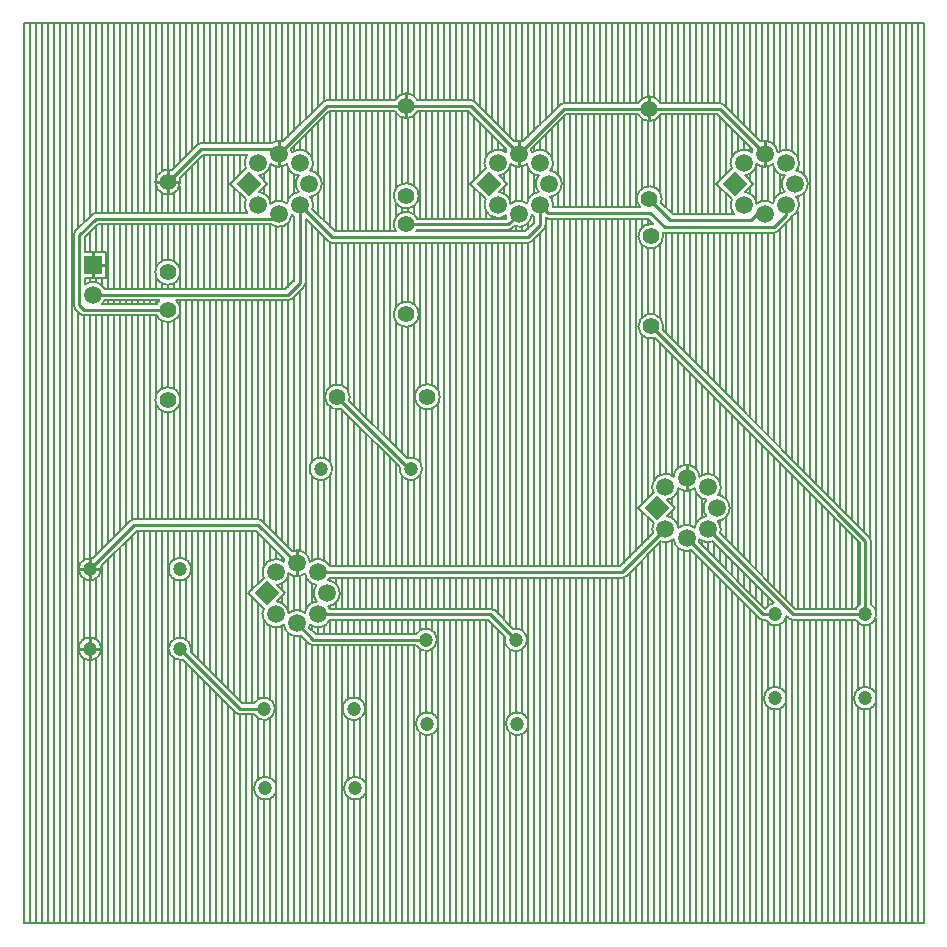
<source format=gbl>
G04*
G04 #@! TF.GenerationSoftware,Altium Limited,Altium Designer,22.1.2 (22)*
G04*
G04 Layer_Physical_Order=2*
G04 Layer_Color=16711680*
%FSLAX24Y24*%
%MOIN*%
G70*
G04*
G04 #@! TF.SameCoordinates,BC38142E-7A5A-4D3A-873C-174696484D8D*
G04*
G04*
G04 #@! TF.FilePolarity,Positive*
G04*
G01*
G75*
%ADD11C,0.0100*%
%ADD19C,0.0080*%
%ADD20R,0.0591X0.0591*%
%ADD21C,0.0591*%
%ADD22C,0.0472*%
%ADD23P,0.0835X4X90.0*%
%ADD24C,0.0591*%
%ADD25C,0.0551*%
D11*
X24700Y25255D02*
Y25650D01*
Y26045D01*
X20850Y27150D02*
Y27526D01*
Y26774D02*
Y27150D01*
X16500Y25650D02*
Y26045D01*
Y25255D02*
Y25650D01*
X22093Y14843D02*
Y15238D01*
Y14448D02*
Y14843D01*
X12750Y27250D02*
Y27626D01*
Y26874D02*
Y27250D01*
X8500Y25650D02*
Y26045D01*
Y25255D02*
Y25650D01*
X4800Y24700D02*
X5176D01*
X4800D02*
Y25076D01*
Y24324D02*
Y24700D01*
X4424D02*
X4800D01*
X2300Y21950D02*
X2695D01*
X2300D02*
Y22345D01*
Y21555D02*
Y21950D01*
X9100Y12000D02*
Y12395D01*
Y11605D02*
Y12000D01*
X2200Y11800D02*
X2536D01*
X2200Y9150D02*
X2536D01*
X2200Y11464D02*
Y11800D01*
Y12136D01*
X1864Y11800D02*
X2200D01*
Y8814D02*
Y9150D01*
X1864D02*
X2200D01*
Y9486D01*
X2400Y23490D02*
X8500D01*
X8240Y25650D02*
Y25810D01*
X20900Y19900D02*
X28050Y12750D01*
Y10300D02*
Y12750D01*
X9207Y21357D02*
Y23943D01*
X8800Y20950D02*
X9207Y21357D01*
X2300Y20950D02*
X8800D01*
X15557Y10293D02*
X16400Y9450D01*
X9807Y10293D02*
X15557D01*
X7200Y7150D02*
X8000D01*
X5200Y9150D02*
X7200Y7150D01*
X12850Y15150D02*
X12900D01*
X10450Y17550D02*
X12850Y15150D01*
X24440Y23650D02*
X24700D01*
X24240Y23450D02*
X24440Y23650D01*
X21550Y23450D02*
X24240D01*
X20850Y24150D02*
X21550Y23450D01*
X14900Y27250D02*
X16500Y25650D01*
X12750Y27250D02*
X14900D01*
X9650Y9450D02*
X13400D01*
X9100Y10000D02*
X9650Y9450D01*
X8500Y23490D02*
Y23650D01*
X1850Y22940D02*
X2400Y23490D01*
X1850Y20600D02*
Y22940D01*
Y20600D02*
X2000Y20450D01*
X4800D01*
X24636Y10300D02*
X25050D01*
X22093Y12843D02*
X24636Y10300D01*
X22800Y13136D02*
X25636Y10300D01*
X28050D01*
X20850Y27150D02*
X23200D01*
X24700Y25650D01*
X10100Y27250D02*
X12750D01*
X8500Y25650D02*
X10100Y27250D01*
X18000Y27150D02*
X20850D01*
X16500Y25650D02*
X18000Y27150D01*
X8240Y25650D02*
X8500D01*
X5910Y25810D02*
X8240D01*
X4800Y24700D02*
X5910Y25810D01*
X19957Y11707D02*
X21386Y13136D01*
X9807Y11707D02*
X19957D01*
X2200Y11800D02*
X3680Y13280D01*
X7820D01*
X9100Y12000D01*
X25407Y23600D02*
Y23943D01*
X25007Y23200D02*
X25407Y23600D01*
X21360Y23200D02*
X25007D01*
X20880Y23680D02*
X21360Y23200D01*
X17470Y23680D02*
X20880D01*
X17207Y23943D02*
X17470Y23680D01*
X12750Y23300D02*
X16150D01*
X16500Y23650D01*
X17207Y23277D02*
Y23943D01*
X16800Y22870D02*
X17207Y23277D01*
X10280Y22870D02*
X16800D01*
X9207Y23943D02*
X10280Y22870D01*
D19*
X23334Y27284D02*
G03*
X23200Y27340I-134J-134D01*
G01*
X23335Y27284D02*
G03*
X23200Y27340I-135J-134D01*
G01*
X25133Y25695D02*
G03*
X24557Y26061I-433J-45D01*
G01*
X25842Y25357D02*
G03*
X25133Y25695I-435J0D01*
G01*
X24289Y25793D02*
G03*
X24267Y25695I411J-143D01*
G01*
D02*
G03*
X23601Y25167I-274J-338D01*
G01*
X21220Y27340D02*
G03*
X20480Y27340I-370J-190D01*
G01*
Y26960D02*
G03*
X21220Y26960I370J190D01*
G01*
X25745Y25083D02*
G03*
X25842Y25357I-338J274D01*
G01*
X24426Y25312D02*
G03*
X24974Y25312I274J338D01*
G01*
D02*
G03*
X25362Y24924I433J45D01*
G01*
X25745Y24217D02*
G03*
X26135Y24650I-45J433D01*
G01*
D02*
G03*
X25745Y25083I-435J0D01*
G01*
X25362Y24924D02*
G03*
X25362Y24376I338J-274D01*
G01*
X24041Y24925D02*
G03*
X24426Y25312I-48J433D01*
G01*
X24426Y23988D02*
G03*
X24041Y24376I-433J-45D01*
G01*
X25590Y23548D02*
G03*
X25842Y23943I-183J395D01*
G01*
D02*
G03*
X25745Y24217I-435J0D01*
G01*
X25541Y23466D02*
G03*
X25590Y23548I-134J134D01*
G01*
X25362Y24376D02*
G03*
X24974Y23988I45J-433D01*
G01*
X25541Y23465D02*
G03*
X25590Y23548I-134J135D01*
G01*
X25007Y23010D02*
G03*
X25142Y23066I0J190D01*
G01*
X25007Y23010D02*
G03*
X25141Y23066I0J190D01*
G01*
X24974Y23988D02*
G03*
X24426Y23988I-274J-338D01*
G01*
X23601Y24133D02*
G03*
X23680Y23640I392J-190D01*
G01*
X21298Y23020D02*
G03*
X21360Y23010I62J180D01*
G01*
X21246Y24023D02*
G03*
X21266Y24150I-396J127D01*
G01*
D02*
G03*
X20543Y23870I-416J0D01*
G01*
X21298Y23020D02*
G03*
X21360Y23010I62J180D01*
G01*
X21316Y22900D02*
G03*
X21298Y23020I-416J0D01*
G01*
X20984Y23307D02*
G03*
X21316Y22900I-84J-407D01*
G01*
X21296Y19773D02*
G03*
X21316Y19900I-396J127D01*
G01*
D02*
G03*
X21027Y19504I-416J0D01*
G01*
X18000Y27340D02*
G03*
X17866Y27284I0J-190D01*
G01*
X18000Y27340D02*
G03*
X17865Y27284I0J-190D01*
G01*
X16643Y26061D02*
G03*
X16357Y26061I-143J-411D01*
G01*
X16933Y25695D02*
G03*
X16911Y25793I-433J-45D01*
G01*
X15034Y27384D02*
G03*
X14900Y27440I-134J-134D01*
G01*
X15035Y27384D02*
G03*
X14900Y27440I-135J-134D01*
G01*
X16089Y25793D02*
G03*
X16067Y25695I411J-143D01*
G01*
D02*
G03*
X15401Y25167I-274J-338D01*
G01*
X17545Y25083D02*
G03*
X17642Y25357I-338J274D01*
G01*
X17935Y24650D02*
G03*
X17545Y25083I-435J0D01*
G01*
X17642Y25357D02*
G03*
X16933Y25695I-435J0D01*
G01*
X17162Y24924D02*
G03*
X17162Y24376I338J-274D01*
G01*
X17636Y23870D02*
G03*
X17642Y23943I-429J73D01*
G01*
X17545Y24217D02*
G03*
X17935Y24650I-45J433D01*
G01*
X17642Y23943D02*
G03*
X17545Y24217I-435J0D01*
G01*
X16774Y25312D02*
G03*
X17162Y24924I433J45D01*
G01*
X16226Y25312D02*
G03*
X16774Y25312I274J338D01*
G01*
X16774Y23988D02*
G03*
X16226Y23988I-274J-338D01*
G01*
X17162Y24376D02*
G03*
X16774Y23988I45J-433D01*
G01*
X17397Y23505D02*
G03*
X17470Y23490I73J175D01*
G01*
X17397Y23505D02*
G03*
X17470Y23490I73J175D01*
G01*
X16933Y23605D02*
G03*
X17017Y23551I274J338D01*
G01*
X17341Y23143D02*
G03*
X17397Y23277I-134J134D01*
G01*
X17341Y23142D02*
G03*
X17397Y23277I-134J135D01*
G01*
X16357Y23239D02*
G03*
X16933Y23605I143J411D01*
G01*
X16800Y22680D02*
G03*
X16935Y22736I0J190D01*
G01*
X16800Y22680D02*
G03*
X16934Y22736I0J190D01*
G01*
X16226Y23988D02*
G03*
X15841Y24376I-433J-45D01*
G01*
X15841Y24925D02*
G03*
X16226Y25312I-48J433D01*
G01*
X16150Y23110D02*
G03*
X16285Y23166I0J190D01*
G01*
X16150Y23110D02*
G03*
X16284Y23166I0J190D01*
G01*
X15401Y24133D02*
G03*
X16067Y23605I392J-190D01*
G01*
D02*
G03*
X16089Y23507I433J45D01*
G01*
X28240Y12750D02*
G03*
X28184Y12885I-190J0D01*
G01*
X28240Y12750D02*
G03*
X28184Y12884I-190J0D01*
G01*
X23235Y14550D02*
G03*
X22526Y14888I-435J0D01*
G01*
X23528Y13843D02*
G03*
X23138Y14276I-435J0D01*
G01*
D02*
G03*
X23235Y14550I-338J274D01*
G01*
X23138Y13410D02*
G03*
X23528Y13843I-45J433D01*
G01*
X22526Y14888D02*
G03*
X21660Y14888I-433J-45D01*
G01*
X21819Y14505D02*
G03*
X22367Y14505I274J338D01*
G01*
X22755Y14117D02*
G03*
X22755Y13569I338J-274D01*
G01*
X22367Y14505D02*
G03*
X22755Y14117I433J45D01*
G01*
X22755Y13569D02*
G03*
X22367Y13181I45J-433D01*
G01*
X23235Y13136D02*
G03*
X23138Y13410I-435J0D01*
G01*
X23211Y12993D02*
G03*
X23235Y13136I-411J143D01*
G01*
X22367Y13181D02*
G03*
X21819Y13181I-274J-338D01*
G01*
X21660Y12798D02*
G03*
X22235Y12432I433J45D01*
G01*
X28426Y10300D02*
G03*
X28240Y10625I-376J0D01*
G01*
X27860D02*
G03*
X27725Y10490I190J-325D01*
G01*
Y10110D02*
G03*
X28426Y10300I325J190D01*
G01*
Y7500D02*
G03*
X28426Y7500I-376J0D01*
G01*
X25501Y10166D02*
G03*
X25636Y10110I134J134D01*
G01*
X25501Y10166D02*
G03*
X25636Y10110I135J134D01*
G01*
X24995Y10672D02*
G03*
X24725Y10490I55J-372D01*
G01*
X24501Y10166D02*
G03*
X24636Y10110I135J134D01*
G01*
X22526Y12798D02*
G03*
X22943Y12725I274J338D01*
G01*
X22504Y12700D02*
G03*
X22526Y12798I-411J143D01*
G01*
X24725Y10110D02*
G03*
X25422Y10245I325J190D01*
G01*
X24501Y10166D02*
G03*
X24636Y10110I134J134D01*
G01*
X25426Y7500D02*
G03*
X25426Y7500I-376J0D01*
G01*
X21660Y14888D02*
G03*
X20994Y14360I-274J-338D01*
G01*
X21434Y14117D02*
G03*
X21819Y14505I-48J433D01*
G01*
X21819Y13181D02*
G03*
X21434Y13568I-433J-45D01*
G01*
X21243Y12725D02*
G03*
X21660Y12798I143J411D01*
G01*
X20994Y13326D02*
G03*
X20975Y12993I392J-190D01*
G01*
X19957Y11517D02*
G03*
X20092Y11573I0J190D01*
G01*
X19957Y11517D02*
G03*
X20091Y11573I0J190D01*
G01*
X16776Y9450D02*
G03*
X16305Y9814I-376J0D01*
G01*
X16036Y9545D02*
G03*
X16776Y9450I364J-95D01*
G01*
X16826Y6650D02*
G03*
X16826Y6650I-376J0D01*
G01*
X15691Y10427D02*
G03*
X15557Y10483I-134J-134D01*
G01*
X15692Y10427D02*
G03*
X15557Y10483I-135J-134D01*
G01*
X13120Y27440D02*
G03*
X12380Y27440I-370J-190D01*
G01*
Y27060D02*
G03*
X13120Y27060I370J190D01*
G01*
X10100Y27440D02*
G03*
X9966Y27384I0J-190D01*
G01*
X10100Y27440D02*
G03*
X9965Y27384I0J-190D01*
G01*
X8643Y26061D02*
G03*
X8241Y26000I-143J-411D01*
G01*
X9545Y25083D02*
G03*
X9642Y25357I-338J274D01*
G01*
D02*
G03*
X8933Y25695I-435J0D01*
G01*
X8774Y25312D02*
G03*
X9162Y24924I433J45D01*
G01*
X8933Y25695D02*
G03*
X8911Y25793I-433J-45D01*
G01*
X8226Y25312D02*
G03*
X8774Y25312I274J338D01*
G01*
X7841Y24925D02*
G03*
X8226Y25312I-48J433D01*
G01*
X13089Y23060D02*
G03*
X13120Y23110I-339J240D01*
G01*
X13166Y24250D02*
G03*
X13166Y24250I-416J0D01*
G01*
X13120Y23490D02*
G03*
X12411Y23060I-370J-190D01*
G01*
X10145Y22736D02*
G03*
X10280Y22680I135J134D01*
G01*
X10146Y22736D02*
G03*
X10280Y22680I134J134D01*
G01*
X13866Y17550D02*
G03*
X13866Y17550I-416J0D01*
G01*
X13166Y20300D02*
G03*
X13166Y20300I-416J0D01*
G01*
X10846Y17423D02*
G03*
X10866Y17550I-396J127D01*
G01*
D02*
G03*
X10577Y17154I-416J0D01*
G01*
X9935Y24650D02*
G03*
X9545Y25083I-435J0D01*
G01*
X9545Y24217D02*
G03*
X9935Y24650I-45J433D01*
G01*
X9162Y24924D02*
G03*
X9162Y24376I338J-274D01*
G01*
D02*
G03*
X8774Y23988I45J-433D01*
G01*
X9618Y23800D02*
G03*
X9642Y23943I-411J143D01*
G01*
D02*
G03*
X9545Y24217I-435J0D01*
G01*
X8933Y23605D02*
G03*
X9017Y23551I274J338D01*
G01*
X8774Y23988D02*
G03*
X8226Y23988I-274J-338D01*
G01*
X8241Y23300D02*
G03*
X8933Y23605I259J350D01*
G01*
X8226Y23988D02*
G03*
X7841Y24376I-433J-45D01*
G01*
X9341Y21223D02*
G03*
X9397Y21357I-134J134D01*
G01*
X9341Y21222D02*
G03*
X9397Y21357I-134J135D01*
G01*
X8800Y20760D02*
G03*
X8935Y20816I0J190D01*
G01*
X8800Y20760D02*
G03*
X8934Y20816I0J190D01*
G01*
X7446Y25620D02*
G03*
X7401Y25167I347J-263D01*
G01*
X5910Y26000D02*
G03*
X5776Y25944I0J-190D01*
G01*
X5910Y26000D02*
G03*
X5775Y25944I0J-190D01*
G01*
X7401Y24133D02*
G03*
X7446Y23680I392J-190D01*
G01*
X5216Y24700D02*
G03*
X5196Y24827I-416J0D01*
G01*
X4927Y25096D02*
G03*
X5216Y24700I-127J-396D01*
G01*
X2400Y23680D02*
G03*
X2266Y23624I0J-190D01*
G01*
X2400Y23680D02*
G03*
X2265Y23624I0J-190D01*
G01*
X5216Y21700D02*
G03*
X5216Y21700I-416J0D01*
G01*
Y20450D02*
G03*
X5077Y20760I-416J0D01*
G01*
X4430Y20260D02*
G03*
X5216Y20450I370J190D01*
G01*
Y17450D02*
G03*
X5216Y17450I-416J0D01*
G01*
X4523Y20760D02*
G03*
X4430Y20640I277J-310D01*
G01*
X2692Y21140D02*
G03*
X2040Y21299I-392J-190D01*
G01*
X1716Y23075D02*
G03*
X1660Y22940I134J-135D01*
G01*
X1716Y23074D02*
G03*
X1660Y22940I134J-134D01*
G01*
X2606Y20640D02*
G03*
X2692Y20760I-306J310D01*
G01*
X1660Y20600D02*
G03*
X1716Y20466I190J0D01*
G01*
X1865Y20316D02*
G03*
X2000Y20260I135J134D01*
G01*
X1866Y20316D02*
G03*
X2000Y20260I134J134D01*
G01*
X1660Y20600D02*
G03*
X1716Y20465I190J0D01*
G01*
X13276Y15150D02*
G03*
X12767Y15502I-376J0D01*
G01*
X12528Y15204D02*
G03*
X13276Y15150I372J-54D01*
G01*
X10276D02*
G03*
X10276Y15150I-376J0D01*
G01*
X9533Y12045D02*
G03*
X8957Y12411I-433J-45D01*
G01*
X10199Y11897D02*
G03*
X9533Y12045I-392J-190D01*
G01*
X8689Y12143D02*
G03*
X8667Y12045I411J-143D01*
G01*
X10145Y11433D02*
G03*
X10199Y11517I-338J274D01*
G01*
X9374Y11662D02*
G03*
X9762Y11274I433J45D01*
G01*
X10535Y11000D02*
G03*
X10145Y11433I-435J0D01*
G01*
X10145Y10567D02*
G03*
X10535Y11000I-45J433D01*
G01*
X9762Y11274D02*
G03*
X9762Y10726I338J-274D01*
G01*
X8826Y11662D02*
G03*
X9374Y11662I274J338D01*
G01*
X8667Y12045D02*
G03*
X8001Y11517I-274J-338D01*
G01*
X8441Y11275D02*
G03*
X8826Y11662I-48J433D01*
G01*
X13776Y9450D02*
G03*
X13075Y9640I-376J0D01*
G01*
Y9260D02*
G03*
X13776Y9450I325J190D01*
G01*
X13826Y6650D02*
G03*
X13826Y6650I-376J0D01*
G01*
X11426Y4500D02*
G03*
X11426Y4500I-376J0D01*
G01*
X10199Y10483D02*
G03*
X10145Y10567I-392J-190D01*
G01*
X9533Y9955D02*
G03*
X10199Y10103I274J338D01*
G01*
X9374Y10338D02*
G03*
X8826Y10338I-274J-338D01*
G01*
D02*
G03*
X8441Y10726I-433J-45D01*
G01*
X9762Y10726D02*
G03*
X9374Y10338I45J-433D01*
G01*
X8001Y10483D02*
G03*
X8667Y9955I392J-190D01*
G01*
X9511Y9857D02*
G03*
X9533Y9955I-411J143D01*
G01*
X11376Y7150D02*
G03*
X11376Y7150I-376J0D01*
G01*
X8667Y9955D02*
G03*
X9243Y9589I433J45D01*
G01*
X9516Y9316D02*
G03*
X9650Y9260I134J134D01*
G01*
X9515Y9316D02*
G03*
X9650Y9260I135J134D01*
G01*
X7955Y13414D02*
G03*
X7820Y13470I-135J-134D01*
G01*
X7954Y13414D02*
G03*
X7820Y13470I-134J-134D01*
G01*
X3680D02*
G03*
X3546Y13414I0J-190D01*
G01*
X3680Y13470D02*
G03*
X3545Y13414I0J-190D01*
G01*
X8376Y7150D02*
G03*
X7675Y7340I-376J0D01*
G01*
Y6960D02*
G03*
X8376Y7150I325J190D01*
G01*
X7065Y7016D02*
G03*
X7200Y6960I135J134D01*
G01*
X7066Y7016D02*
G03*
X7200Y6960I134J134D01*
G01*
X8426Y4500D02*
G03*
X8426Y4500I-376J0D01*
G01*
X5576Y11800D02*
G03*
X5576Y11800I-376J0D01*
G01*
X2576D02*
G03*
X2564Y11895I-376J0D01*
G01*
X2295Y12164D02*
G03*
X2576Y11800I-95J-364D01*
G01*
X5564Y9055D02*
G03*
X5576Y9150I-364J95D01*
G01*
D02*
G03*
X5295Y8786I-376J0D01*
G01*
X2576Y9150D02*
G03*
X2576Y9150I-376J0D01*
G01*
X24600Y26074D02*
Y30000D01*
X24400Y26219D02*
Y30000D01*
X24800Y26074D02*
Y30000D01*
X24000Y26619D02*
Y30000D01*
X24200Y26419D02*
Y30000D01*
X25000Y25965D02*
Y30000D01*
X24000Y25792D02*
Y26081D01*
X25400Y25792D02*
Y30000D01*
X23335Y27284D02*
X24557Y26061D01*
X23121Y26960D02*
X24289Y25793D01*
X23200Y27340D02*
Y30000D01*
X23000Y27340D02*
Y30000D01*
X23400Y27219D02*
Y30000D01*
X22600Y27340D02*
Y30000D01*
X22800Y27340D02*
Y30000D01*
X23600Y27019D02*
Y30000D01*
X23800Y26819D02*
Y30000D01*
X25800Y25545D02*
Y30000D01*
X25600Y25747D02*
Y30000D01*
X26000Y24965D02*
Y30000D01*
X25200Y25740D02*
Y30000D01*
X23400Y24966D02*
Y26681D01*
X23200Y24766D02*
Y26881D01*
X23000Y23640D02*
Y26960D01*
X22600Y23640D02*
Y26960D01*
X22800Y23640D02*
Y26960D01*
X23800Y25747D02*
Y26281D01*
X24200Y25740D02*
Y25881D01*
X23600Y25544D02*
Y26481D01*
X21600Y27340D02*
Y30000D01*
X21400Y27340D02*
Y30000D01*
X21800Y27340D02*
Y30000D01*
X21000Y27538D02*
Y30000D01*
X21200Y27374D02*
Y30000D01*
X22200Y27340D02*
Y30000D01*
X22000Y27340D02*
Y30000D01*
X22400Y27340D02*
Y30000D01*
X21220Y27340D02*
X23200D01*
X20600Y27482D02*
Y30000D01*
X20200Y27340D02*
Y30000D01*
X20400Y27340D02*
Y30000D01*
X19800Y27340D02*
Y30000D01*
X20000Y27340D02*
Y30000D01*
X20800Y27563D02*
Y30000D01*
X18000Y27340D02*
X20480D01*
X18079Y26960D02*
X20480D01*
X21800Y23640D02*
Y26960D01*
X21600Y23669D02*
Y26960D01*
X22000Y23640D02*
Y26960D01*
X21400Y23869D02*
Y26960D01*
X22200Y23640D02*
Y26960D01*
X22400Y23640D02*
Y26960D01*
X21220D02*
X23121D01*
X21200Y24374D02*
Y26926D01*
X20000Y23870D02*
Y26960D01*
X20200Y23870D02*
Y26960D01*
X19600Y23870D02*
Y26960D01*
X19800Y23870D02*
Y26960D01*
X20800Y24563D02*
Y26737D01*
X21000Y24538D02*
Y26762D01*
X20600Y24482D02*
Y26818D01*
X20400Y23870D02*
Y26960D01*
X25800Y25074D02*
Y25170D01*
X25000Y24097D02*
Y25203D01*
X25800Y24130D02*
Y24226D01*
X25200Y24326D02*
Y24974D01*
X24600Y24074D02*
Y25226D01*
X24400Y24097D02*
Y25203D01*
X24800Y24074D02*
Y25226D01*
X24200Y24766D02*
Y24974D01*
Y24326D02*
Y24534D01*
X24041Y24925D02*
X24316Y24650D01*
X24041Y24376D02*
X24316Y24650D01*
X25142Y23066D02*
X25541Y23465D01*
X25200Y15869D02*
Y23124D01*
X24000Y17069D02*
Y23010D01*
X24200Y16869D02*
Y23010D01*
X23600Y17469D02*
Y23010D01*
X23800Y17269D02*
Y23010D01*
X24800Y16269D02*
Y23010D01*
X25000Y16069D02*
Y23010D01*
X24400Y16669D02*
Y23010D01*
X24600Y16469D02*
Y23010D01*
X23400Y23640D02*
Y24334D01*
X23200Y23640D02*
Y24534D01*
X23084Y24650D02*
X23601Y25167D01*
X23084Y24650D02*
X23601Y24133D01*
X21629Y23640D02*
X23680D01*
X23600D02*
Y23756D01*
X21360Y23010D02*
X25007D01*
X21246Y24023D02*
X21629Y23640D01*
X20800Y23303D02*
Y23490D01*
X20600Y23188D02*
Y23490D01*
X17636Y23870D02*
X20543D01*
X17470Y23490D02*
X20801D01*
X20984Y23307D01*
X22400Y18669D02*
Y23010D01*
X22200Y18869D02*
Y23010D01*
X22600Y18469D02*
Y23010D01*
X21800Y19269D02*
Y23010D01*
X22000Y19069D02*
Y23010D01*
X23200Y17869D02*
Y23010D01*
X23400Y17669D02*
Y23010D01*
X22800Y18269D02*
Y23010D01*
X23000Y18069D02*
Y23010D01*
X21400Y19669D02*
Y23010D01*
X21200Y20188D02*
Y22612D01*
X21600Y19469D02*
Y23010D01*
X20600Y20188D02*
Y22612D01*
X21000Y20303D02*
Y22497D01*
X20800Y20303D02*
Y22497D01*
X18800Y27340D02*
Y30000D01*
X18600Y27340D02*
Y30000D01*
X19000Y27340D02*
Y30000D01*
X18200Y27340D02*
Y30000D01*
X18400Y27340D02*
Y30000D01*
X19400Y27340D02*
Y30000D01*
X19200Y27340D02*
Y30000D01*
X19600Y27340D02*
Y30000D01*
X17200Y26619D02*
Y30000D01*
X17000Y26419D02*
Y30000D01*
X16800Y26219D02*
Y30000D01*
X16400Y26074D02*
Y30000D01*
X16600Y26074D02*
Y30000D01*
X18000Y27340D02*
Y30000D01*
X17800Y27219D02*
Y30000D01*
X17600Y27019D02*
Y30000D01*
X17400Y26819D02*
Y30000D01*
X18600Y23870D02*
Y26960D01*
X18400Y23870D02*
Y26960D01*
X18800Y23870D02*
Y26960D01*
X16911Y25793D02*
X18079Y26960D01*
X18200Y23870D02*
Y26960D01*
X19200Y23870D02*
Y26960D01*
X19400Y23870D02*
Y26960D01*
X18000Y23870D02*
Y26881D01*
X19000Y23870D02*
Y26960D01*
X17600Y25545D02*
Y26481D01*
X17400Y25747D02*
Y26281D01*
X17800Y24965D02*
Y26681D01*
X16643Y26061D02*
X17865Y27284D01*
X17200Y25792D02*
Y26081D01*
X17000Y25740D02*
Y25881D01*
X15600Y26819D02*
Y30000D01*
X15400Y27019D02*
Y30000D01*
X15800Y26619D02*
Y30000D01*
X15000Y27412D02*
Y30000D01*
X15200Y27219D02*
Y30000D01*
X16200Y26219D02*
Y30000D01*
X16000Y26419D02*
Y30000D01*
X15035Y27384D02*
X16357Y26061D01*
X13800Y27440D02*
Y30000D01*
X13600Y27440D02*
Y30000D01*
X14000Y27440D02*
Y30000D01*
X13200Y27440D02*
Y30000D01*
X13400Y27440D02*
Y30000D01*
X14600Y27440D02*
Y30000D01*
X14800Y27440D02*
Y30000D01*
X14200Y27440D02*
Y30000D01*
X14400Y27440D02*
Y30000D01*
X15600Y25747D02*
Y26281D01*
X15400Y25544D02*
Y26481D01*
X15200Y24966D02*
Y26681D01*
X14821Y27060D02*
X16089Y25793D01*
X15000Y24766D02*
Y26881D01*
X16000Y25740D02*
Y25881D01*
X15800Y25792D02*
Y26081D01*
X13800Y23490D02*
Y27060D01*
X13600Y23490D02*
Y27060D01*
X14000Y23490D02*
Y27060D01*
X13200Y23490D02*
Y27060D01*
X13400Y23490D02*
Y27060D01*
X14600Y23490D02*
Y27060D01*
X14800Y23490D02*
Y27060D01*
X14200Y23490D02*
Y27060D01*
X14400Y23490D02*
Y27060D01*
X17600Y25074D02*
Y25170D01*
Y24130D02*
Y24226D01*
X17800Y23870D02*
Y24335D01*
X16600Y24074D02*
Y25226D01*
X16400Y24074D02*
Y25226D01*
X17000Y24326D02*
Y24974D01*
X16800Y24097D02*
Y25203D01*
X17397Y23277D02*
Y23505D01*
X17017Y23356D02*
Y23551D01*
X16721Y23060D02*
X17017Y23356D01*
X16935Y22736D02*
X17341Y23142D01*
X17000Y23339D02*
Y23560D01*
X16800Y23139D02*
Y23335D01*
X16400Y23060D02*
Y23226D01*
X16285Y23166D02*
X16357Y23239D01*
X16200Y23060D02*
Y23117D01*
X16600Y23060D02*
Y23226D01*
X16200Y24097D02*
Y25203D01*
X15841Y24376D02*
X16116Y24650D01*
X15841Y24925D02*
X16116Y24650D01*
X16000Y24326D02*
Y24534D01*
Y24766D02*
Y24974D01*
X15000Y23490D02*
Y24534D01*
X14884Y24650D02*
X15401Y25167D01*
X14884Y24650D02*
X15401Y24133D01*
X15600Y23490D02*
Y23553D01*
X16000Y23490D02*
Y23560D01*
X15200Y23490D02*
Y24334D01*
X15400Y23490D02*
Y23756D01*
X15000Y23060D02*
Y23110D01*
X14800Y23060D02*
Y23110D01*
X15200Y23060D02*
Y23110D01*
X14400Y23060D02*
Y23110D01*
X14600Y23060D02*
Y23110D01*
X15800Y23060D02*
Y23110D01*
X16000Y23060D02*
Y23110D01*
X15400Y23060D02*
Y23110D01*
X15600Y23060D02*
Y23110D01*
X14000Y23060D02*
Y23110D01*
X13800Y23060D02*
Y23110D01*
X14200Y23060D02*
Y23110D01*
X13400Y23060D02*
Y23110D01*
X13600Y23060D02*
Y23110D01*
Y17938D02*
Y22680D01*
X13800Y17774D02*
Y22680D01*
X13400Y17963D02*
Y22680D01*
X13200Y17882D02*
Y22680D01*
X27600Y13469D02*
Y30000D01*
X27400Y13669D02*
Y30000D01*
X27800Y13269D02*
Y30000D01*
X27000Y14069D02*
Y30000D01*
X27200Y13869D02*
Y30000D01*
X28200Y12867D02*
Y30000D01*
X28000Y13069D02*
Y30000D01*
X27200Y10490D02*
Y13331D01*
X26600Y14469D02*
Y30000D01*
X26400Y14669D02*
Y30000D01*
X26800Y14269D02*
Y30000D01*
X26000Y15069D02*
Y24335D01*
X26200Y14869D02*
Y30000D01*
X25800Y15269D02*
Y23756D01*
X25600Y10604D02*
Y14931D01*
Y15469D02*
Y23553D01*
X25400Y10804D02*
Y15131D01*
X29000Y0D02*
Y30000D01*
X28800Y0D02*
Y30000D01*
X29200Y0D02*
Y30000D01*
X28400Y10438D02*
Y30000D01*
X28600Y0D02*
Y30000D01*
X29800Y0D02*
Y30000D01*
X30000Y0D02*
Y30000D01*
X29400Y0D02*
Y30000D01*
X29600Y0D02*
Y30000D01*
X26400Y10490D02*
Y14131D01*
X26200Y10490D02*
Y14331D01*
X26600Y10490D02*
Y13931D01*
X25800Y10490D02*
Y14731D01*
X26000Y10490D02*
Y14531D01*
X27400Y10490D02*
Y13131D01*
X27600Y10490D02*
Y12931D01*
X26800Y10490D02*
Y13731D01*
X27000Y10490D02*
Y13531D01*
X25400Y15669D02*
Y23324D01*
X23200Y14722D02*
Y17331D01*
X23400Y14151D02*
Y17131D01*
X23000Y14937D02*
Y17531D01*
X23200Y14265D02*
Y14378D01*
Y13307D02*
Y13421D01*
X22800Y14985D02*
Y17731D01*
X22400Y15151D02*
Y18131D01*
X22600Y14937D02*
Y17931D01*
Y13522D02*
Y14163D01*
X22400Y13307D02*
Y14378D01*
X24400Y11804D02*
Y16131D01*
X24200Y12004D02*
Y16331D01*
X24600Y11604D02*
Y15931D01*
X21296Y19773D02*
X28184Y12885D01*
X21027Y19504D02*
X27860Y12671D01*
X25000Y11204D02*
Y15531D01*
X25200Y11004D02*
Y15331D01*
X24800Y11404D02*
Y15731D01*
X23211Y12993D02*
X25714Y10490D01*
X23800Y12404D02*
Y16731D01*
X23600Y12604D02*
Y16931D01*
X24000Y12204D02*
Y16531D01*
X23400Y12804D02*
Y13534D01*
X28240Y10625D02*
Y12750D01*
X27860Y10625D02*
Y12671D01*
X28200Y7845D02*
Y9955D01*
X28000Y7873D02*
Y9927D01*
X28400Y7638D02*
Y10162D01*
X27800Y7781D02*
Y10019D01*
Y10581D02*
Y12731D01*
X25714Y10490D02*
X27725D01*
X25422Y10245D02*
X25501Y10166D01*
X25636Y10110D02*
X27725D01*
X25400Y7638D02*
Y10162D01*
X25000Y7873D02*
Y9927D01*
X25200Y7845D02*
Y9955D01*
X27400Y0D02*
Y10110D01*
X27200Y0D02*
Y10110D01*
X27600Y0D02*
Y10110D01*
X26800Y0D02*
Y10110D01*
X27000Y0D02*
Y10110D01*
X28200Y0D02*
Y7155D01*
X28400Y0D02*
Y7362D01*
X27800Y0D02*
Y7219D01*
X28000Y0D02*
Y7127D01*
X26200Y0D02*
Y10110D01*
X26000Y0D02*
Y10110D01*
X26400Y0D02*
Y10110D01*
X25600Y0D02*
Y10113D01*
X25800Y0D02*
Y10110D01*
X25400Y0D02*
Y7362D01*
X26600Y0D02*
Y10110D01*
X25000Y0D02*
Y7127D01*
X25200Y0D02*
Y7155D01*
X24200Y11005D02*
Y11467D01*
X24000Y11205D02*
Y11667D01*
X22943Y12725D02*
X24995Y10672D01*
X22504Y12700D02*
X24715Y10490D01*
X22235Y12432D02*
X24501Y10166D01*
X24800Y10581D02*
Y10867D01*
X24600Y10604D02*
Y11067D01*
X24400Y10805D02*
Y11267D01*
X22800Y12405D02*
Y12701D01*
X22600Y12605D02*
Y12749D01*
X23000Y12205D02*
Y12667D01*
X23600Y11604D02*
Y12067D01*
X23800Y11405D02*
Y11867D01*
X23200Y12004D02*
Y12467D01*
X23400Y11804D02*
Y12267D01*
X24600Y0D02*
Y10113D01*
X24200Y0D02*
Y10467D01*
X24400Y0D02*
Y10267D01*
X24800Y7781D02*
Y10019D01*
Y0D02*
Y7219D01*
X24636Y10110D02*
X24725D01*
X23000Y0D02*
Y11667D01*
X22800Y0D02*
Y11867D01*
X23200Y0D02*
Y11467D01*
X22400Y0D02*
Y12267D01*
X22600Y0D02*
Y12067D01*
X23800Y0D02*
Y10867D01*
X24000Y0D02*
Y10667D01*
X23400Y0D02*
Y11267D01*
X23600Y0D02*
Y11067D01*
X22200Y15265D02*
Y18331D01*
X22000Y15268D02*
Y18531D01*
X21800Y15165D02*
Y18731D01*
X21434Y14117D02*
X21708Y13843D01*
X21600Y13515D02*
Y13734D01*
X21434Y13568D02*
X21708Y13843D01*
X21400Y14985D02*
Y19131D01*
X21200Y14944D02*
Y19331D01*
X21000Y14752D02*
Y19497D01*
X20800Y14166D02*
Y19497D01*
X20600Y13966D02*
Y19612D01*
X21600Y14929D02*
Y18931D01*
Y13951D02*
Y14171D01*
X20477Y13843D02*
X20994Y14360D01*
X20477Y13843D02*
X20994Y13326D01*
X22000Y13268D02*
Y14418D01*
X21800Y13270D02*
Y14416D01*
X22200Y13265D02*
Y14421D01*
X22000Y0D02*
Y12418D01*
X22200Y0D02*
Y12421D01*
X21600Y0D02*
Y12757D01*
X21800Y0D02*
Y12521D01*
X20800Y12819D02*
Y13520D01*
X20600Y12619D02*
Y13720D01*
X20400Y12419D02*
Y23490D01*
X20200Y12219D02*
Y23490D01*
X21200Y0D02*
Y12681D01*
X21400Y0D02*
Y12701D01*
X20800Y0D02*
Y12281D01*
X21000Y0D02*
Y12481D01*
X20000Y12019D02*
Y23490D01*
X15600Y11897D02*
Y22680D01*
X15800Y11897D02*
Y22680D01*
X15200Y11897D02*
Y22680D01*
X15400Y11897D02*
Y22680D01*
X16600Y11897D02*
Y22680D01*
X16400Y11897D02*
Y22680D01*
X16800Y11897D02*
Y22680D01*
X16000Y11897D02*
Y22680D01*
X16200Y11897D02*
Y22680D01*
X14600Y11897D02*
Y22680D01*
X14400Y11897D02*
Y22680D01*
X14800Y11897D02*
Y22680D01*
X14000Y11897D02*
Y22680D01*
X14200Y11897D02*
Y22680D01*
X13800Y11897D02*
Y17326D01*
X15000Y11897D02*
Y22680D01*
X13200Y15377D02*
Y17218D01*
X13600Y11897D02*
Y17162D01*
X19200Y11897D02*
Y23490D01*
X19000Y11897D02*
Y23490D01*
X19400Y11897D02*
Y23490D01*
X18600Y11897D02*
Y23490D01*
X18800Y11897D02*
Y23490D01*
X19878Y11897D02*
X20975Y12993D01*
X20092Y11573D02*
X21243Y12725D01*
X19600Y11897D02*
Y23490D01*
X19800Y11897D02*
Y23490D01*
X18000Y11897D02*
Y23490D01*
X17800Y11897D02*
Y23490D01*
X18200Y11897D02*
Y23490D01*
X17400Y11897D02*
Y23503D01*
X17600Y11897D02*
Y23490D01*
X17200Y11897D02*
Y23001D01*
X18400Y11897D02*
Y23490D01*
X13400Y11897D02*
Y17137D01*
X17000Y11897D02*
Y22801D01*
X17200Y0D02*
Y11517D01*
X16800Y6788D02*
Y11517D01*
X17000Y0D02*
Y11517D01*
X16800Y0D02*
Y6512D01*
X17400Y0D02*
Y11517D01*
X16600Y9769D02*
Y11517D01*
X16400Y9826D02*
Y11517D01*
X16200Y6931D02*
Y9131D01*
X16000Y10119D02*
Y11517D01*
X16200Y9919D02*
Y11517D01*
X16600Y6995D02*
Y9131D01*
Y0D02*
Y6305D01*
X16400Y7023D02*
Y9074D01*
Y0D02*
Y6277D01*
X20400Y0D02*
Y11881D01*
X20200Y0D02*
Y11681D01*
X20600Y0D02*
Y12081D01*
X19000Y0D02*
Y11517D01*
X20000Y0D02*
Y11522D01*
X19600Y0D02*
Y11517D01*
X19800Y0D02*
Y11517D01*
X19200Y0D02*
Y11517D01*
X19400Y0D02*
Y11517D01*
X18200Y0D02*
Y11517D01*
X18000Y0D02*
Y11517D01*
X18400Y0D02*
Y11517D01*
X17600Y0D02*
Y11517D01*
X17800Y0D02*
Y11517D01*
X18600Y0D02*
Y11517D01*
X18800Y0D02*
Y11517D01*
X16000Y0D02*
Y9581D01*
X16200Y0D02*
Y6369D01*
X15400Y10483D02*
Y11517D01*
X15200Y10483D02*
Y11517D01*
X15600Y10478D02*
Y11517D01*
X14800Y10483D02*
Y11517D01*
X15000Y10483D02*
Y11517D01*
X15800Y10319D02*
Y11517D01*
X15692Y10427D02*
X16305Y9814D01*
X14000Y10483D02*
Y11517D01*
X13800Y10483D02*
Y11517D01*
X14200Y10483D02*
Y11517D01*
X13400Y10483D02*
Y11517D01*
X13600Y10483D02*
Y11517D01*
X14400Y10483D02*
Y11517D01*
X14600Y10483D02*
Y11517D01*
X13400Y9826D02*
Y10103D01*
X13600Y9769D02*
Y10103D01*
X15000Y0D02*
Y10103D01*
X14800Y0D02*
Y10103D01*
X15200Y0D02*
Y10103D01*
X14400Y0D02*
Y10103D01*
X14600Y0D02*
Y10103D01*
X15600Y0D02*
Y9981D01*
X15800Y0D02*
Y9781D01*
X15478Y10103D02*
X16036Y9545D01*
X15400Y0D02*
Y10103D01*
X14000Y0D02*
Y10103D01*
X13800Y6788D02*
Y10103D01*
X14200Y0D02*
Y10103D01*
X13600Y6995D02*
Y9131D01*
X13200Y6931D02*
Y9131D01*
X13600Y0D02*
Y6305D01*
X13800Y0D02*
Y6512D01*
X13400Y7023D02*
Y9074D01*
Y0D02*
Y6277D01*
X12800Y27663D02*
Y30000D01*
X12600Y27638D02*
Y30000D01*
X12400Y27474D02*
Y30000D01*
X12000Y27440D02*
Y30000D01*
X12200Y27440D02*
Y30000D01*
X13120Y27440D02*
X14900D01*
X13000Y27582D02*
Y30000D01*
X10179Y27060D02*
X12380D01*
X10800Y27440D02*
Y30000D01*
X10600Y27440D02*
Y30000D01*
X11000Y27440D02*
Y30000D01*
X10200Y27440D02*
Y30000D01*
X10400Y27440D02*
Y30000D01*
X11600Y27440D02*
Y30000D01*
X11800Y27440D02*
Y30000D01*
X11200Y27440D02*
Y30000D01*
X11400Y27440D02*
Y30000D01*
X13120Y27060D02*
X14821D01*
X12000Y23060D02*
Y27060D01*
X12200Y23060D02*
Y27060D01*
X12800Y24663D02*
Y26837D01*
X13000Y24582D02*
Y26918D01*
X12600Y24638D02*
Y26862D01*
X12400Y24474D02*
Y27026D01*
X10800Y23060D02*
Y27060D01*
X10600Y23060D02*
Y27060D01*
X11000Y23060D02*
Y27060D01*
X10200Y23219D02*
Y27060D01*
X10400Y23060D02*
Y27060D01*
X11600Y23060D02*
Y27060D01*
X11800Y23060D02*
Y27060D01*
X11200Y23060D02*
Y27060D01*
X11400Y23060D02*
Y27060D01*
X10000Y27412D02*
Y30000D01*
X9800Y27219D02*
Y30000D01*
X9600Y27019D02*
Y30000D01*
X0D02*
X30000D01*
X9400Y26819D02*
Y30000D01*
X10100Y27440D02*
X12380D01*
X8643Y26061D02*
X9965Y27384D01*
X8911Y25793D02*
X10179Y27060D01*
X8800Y26219D02*
Y30000D01*
X8400Y26074D02*
Y30000D01*
X8600Y26074D02*
Y30000D01*
X8000Y26000D02*
Y30000D01*
X8200Y26000D02*
Y30000D01*
X9200Y26619D02*
Y30000D01*
X9000Y26419D02*
Y30000D01*
X5910Y26000D02*
X8240D01*
X9800Y24965D02*
Y26681D01*
X9600Y25545D02*
Y26481D01*
X10000Y23419D02*
Y26881D01*
X9200Y25792D02*
Y26081D01*
X9400Y25747D02*
Y26281D01*
X9000Y25740D02*
Y25881D01*
X8800Y24097D02*
Y25203D01*
X8600Y24074D02*
Y25226D01*
X8200Y24097D02*
Y25203D01*
X8400Y24074D02*
Y25226D01*
X13120Y23490D02*
X16071D01*
X13000Y23632D02*
Y23918D01*
X13089Y23060D02*
X16721D01*
X13120Y23110D02*
X16150D01*
X13200Y23060D02*
Y23110D01*
X10280Y22680D02*
X16800D01*
X13000Y20632D02*
Y22680D01*
X12800Y23713D02*
Y23837D01*
X12600Y23688D02*
Y23862D01*
X12400Y23524D02*
Y24026D01*
X9800Y23619D02*
Y24335D01*
X10359Y23060D02*
X12411D01*
X12800Y20713D02*
Y22680D01*
X12600Y20688D02*
Y22680D01*
X12400Y20524D02*
Y22680D01*
X12000Y16269D02*
Y22680D01*
X12200Y16069D02*
Y22680D01*
X11600Y16669D02*
Y22680D01*
X11800Y16469D02*
Y22680D01*
X12600Y15669D02*
Y19912D01*
X12400Y15869D02*
Y20076D01*
X10800Y17774D02*
Y22680D01*
X10600Y17938D02*
Y22680D01*
X11000Y17269D02*
Y22680D01*
X10400Y17963D02*
Y22680D01*
X10200Y17882D02*
Y22698D01*
X11200Y17069D02*
Y22680D01*
X11400Y16869D02*
Y22680D01*
X9600Y25074D02*
Y25170D01*
Y24130D02*
Y24226D01*
X9618Y23800D02*
X10359Y23060D01*
X8000Y24326D02*
Y24534D01*
Y24766D02*
Y24974D01*
X9000Y24326D02*
Y24974D01*
X7841Y24925D02*
X8116Y24650D01*
X7841Y24376D02*
X8116Y24650D01*
X2479Y23300D02*
X8241D01*
X9397Y23484D02*
X10145Y22736D01*
X9017Y21436D02*
Y23551D01*
X9397Y21357D02*
Y23484D01*
X9000Y21419D02*
Y23560D01*
X8721Y21140D02*
X9017Y21436D01*
X8935Y20816D02*
X9341Y21222D01*
X8800Y21219D02*
Y23335D01*
X8200Y21140D02*
Y23300D01*
X8400Y21140D02*
Y23226D01*
X7800Y21140D02*
Y23300D01*
X8000Y21140D02*
Y23300D01*
X8600Y21140D02*
Y23226D01*
X2692Y21140D02*
X8721D01*
X5077Y20760D02*
X8800D01*
X7200Y26000D02*
Y30000D01*
X7000Y26000D02*
Y30000D01*
X7400Y26000D02*
Y30000D01*
X6600Y26000D02*
Y30000D01*
X6800Y26000D02*
Y30000D01*
X7800Y26000D02*
Y30000D01*
X7600Y26000D02*
Y30000D01*
X7400Y25544D02*
Y25620D01*
X5989D02*
X7446D01*
X6000Y26000D02*
Y30000D01*
X5800Y25965D02*
Y30000D01*
X5600Y25769D02*
Y30000D01*
X5400Y25569D02*
Y30000D01*
X5200Y25369D02*
Y30000D01*
X6200Y26000D02*
Y30000D01*
X6400Y26000D02*
Y30000D01*
X7200Y24966D02*
Y25620D01*
X7000Y24766D02*
Y25620D01*
X6884Y24650D02*
X7401Y24133D01*
X6884Y24650D02*
X7401Y25167D01*
X6800Y23680D02*
Y25620D01*
X7400Y23680D02*
Y23756D01*
X7000Y23680D02*
Y24534D01*
X7200Y23680D02*
Y24334D01*
X6400Y23680D02*
Y25620D01*
X6200Y23680D02*
Y25620D01*
X6600Y23680D02*
Y25620D01*
X5800Y23680D02*
Y25431D01*
X6000Y23680D02*
Y25620D01*
X5400Y23680D02*
Y25031D01*
X5600Y23680D02*
Y25231D01*
X5200Y23680D02*
Y24587D01*
X4927Y25096D02*
X5775Y25944D01*
X5000Y25169D02*
Y30000D01*
X5196Y24827D02*
X5989Y25620D01*
X4800Y25116D02*
Y30000D01*
X4600Y25064D02*
Y30000D01*
X3200Y23680D02*
Y30000D01*
X3000Y23680D02*
Y30000D01*
X3400Y23680D02*
Y30000D01*
X2600Y23680D02*
Y30000D01*
X2800Y23680D02*
Y30000D01*
X4400Y24813D02*
Y30000D01*
X4000Y23680D02*
Y30000D01*
X3600Y23680D02*
Y30000D01*
X3800Y23680D02*
Y30000D01*
X4800Y23680D02*
Y24284D01*
X4600Y23680D02*
Y24336D01*
X5000Y23680D02*
Y24336D01*
X4200Y23680D02*
Y30000D01*
X4400Y23680D02*
Y24587D01*
X5000Y22064D02*
Y23300D01*
X4400Y21813D02*
Y23300D01*
X2400Y23680D02*
X7446D01*
X3600Y21140D02*
Y23300D01*
X2400Y23680D02*
Y30000D01*
X2200Y23559D02*
Y30000D01*
X2000Y23359D02*
Y30000D01*
X1800Y23159D02*
Y30000D01*
X3000Y21140D02*
Y23300D01*
X3400Y21140D02*
Y23300D01*
X1716Y23075D02*
X2265Y23624D01*
X6600Y21140D02*
Y23300D01*
X6400Y21140D02*
Y23300D01*
X6800Y21140D02*
Y23300D01*
X5200Y21813D02*
Y23300D01*
X6200Y21140D02*
Y23300D01*
X7400Y21140D02*
Y23300D01*
X7200Y21140D02*
Y23300D01*
X7600Y21140D02*
Y23300D01*
X7000Y21140D02*
Y23300D01*
X4800Y22116D02*
Y23300D01*
X4600Y22064D02*
Y23300D01*
X4200Y21140D02*
Y23300D01*
X3800Y21140D02*
Y23300D01*
X4000Y21140D02*
Y23300D01*
X4800Y21140D02*
Y21284D01*
X5000Y21140D02*
Y21336D01*
X4400Y21140D02*
Y21587D01*
X4600Y21140D02*
Y21336D01*
X5800Y21140D02*
Y23300D01*
X5600Y21140D02*
Y23300D01*
X6000Y21140D02*
Y23300D01*
X5400Y21140D02*
Y23300D01*
X5200Y20563D02*
Y20760D01*
Y17563D02*
Y20337D01*
Y21140D02*
Y21587D01*
X4400Y20640D02*
Y20760D01*
X4000Y20640D02*
Y20760D01*
X4200Y20640D02*
Y20760D01*
X4800Y17866D02*
Y20034D01*
X5000Y17814D02*
Y20086D01*
X4600Y17814D02*
Y20086D01*
X4400Y17563D02*
Y20260D01*
X2600Y22385D02*
Y23300D01*
X2735Y21515D02*
Y22385D01*
X2040Y22861D02*
X2479Y23300D01*
X2040Y22385D02*
X2735D01*
X2400Y21374D02*
Y21515D01*
X2600Y21265D02*
Y21515D01*
X2040D02*
X2735D01*
X2200Y22385D02*
Y23021D01*
X2040Y22385D02*
Y22861D01*
X2400Y22385D02*
Y23221D01*
X2200Y21374D02*
Y21515D01*
X2040Y21299D02*
Y21515D01*
X3400Y20640D02*
Y20760D01*
X3200Y20640D02*
Y20760D01*
X3600Y20640D02*
Y20760D01*
X3200Y21140D02*
Y23300D01*
X3000Y20640D02*
Y20760D01*
X2692D02*
X4523D01*
X3800Y20640D02*
Y20760D01*
X2606Y20640D02*
X4430D01*
X2000Y20260D02*
X4430D01*
X2800Y21140D02*
Y23300D01*
Y20640D02*
Y20760D01*
X1660Y20600D02*
Y22940D01*
X1716Y20465D02*
X1865Y20316D01*
X13000Y15513D02*
Y19968D01*
X12800Y15513D02*
Y19887D01*
X10846Y17423D02*
X12767Y15502D01*
X10577Y17154D02*
X12528Y15204D01*
X13000Y11897D02*
Y14787D01*
X12800Y11897D02*
Y14787D01*
X13200Y11897D02*
Y14923D01*
X12600Y11897D02*
Y14923D01*
X10800Y11897D02*
Y16931D01*
X10600Y11897D02*
Y17131D01*
X11000Y11897D02*
Y16731D01*
X10200Y15377D02*
Y17218D01*
X10400Y11897D02*
Y17137D01*
X11600Y11897D02*
Y16131D01*
X11800Y11897D02*
Y15931D01*
X11200Y11897D02*
Y16531D01*
X11400Y11897D02*
Y16331D01*
X12400Y11897D02*
Y15331D01*
X12200Y10483D02*
Y11517D01*
X12400Y10483D02*
Y11517D01*
X12200Y11897D02*
Y15531D01*
X12000Y10483D02*
Y11517D01*
X13000Y10483D02*
Y11517D01*
X13200Y10483D02*
Y11517D01*
X12600Y10483D02*
Y11517D01*
X12800Y10483D02*
Y11517D01*
X12000Y11897D02*
Y15731D01*
X10800Y10483D02*
Y11517D01*
X11000Y10483D02*
Y11517D01*
X10400Y11315D02*
Y11517D01*
X10600Y10483D02*
Y11517D01*
X11600Y10483D02*
Y11517D01*
X11800Y10483D02*
Y11517D01*
X11200Y10483D02*
Y11517D01*
X11400Y10483D02*
Y11517D01*
X10000Y15513D02*
Y22881D01*
X9800Y15513D02*
Y23081D01*
X9600Y12090D02*
Y14923D01*
Y15377D02*
Y23281D01*
X10000Y12097D02*
Y14787D01*
X9800Y12142D02*
Y14787D01*
X10199Y11897D02*
X19878D01*
X9200Y12424D02*
Y21081D01*
X9000Y12424D02*
Y20881D01*
X9400Y12315D02*
Y23481D01*
X8800Y12569D02*
Y20760D01*
X7955Y13414D02*
X8957Y12411D01*
X7741Y13090D02*
X8689Y12143D01*
X8600Y12090D02*
Y12231D01*
X10199Y11517D02*
X19957D01*
X10200Y11897D02*
Y14923D01*
Y11424D02*
Y11517D01*
X9600Y10676D02*
Y11324D01*
X9000Y10424D02*
Y11576D01*
X9400Y10447D02*
Y11553D01*
X9200Y10424D02*
Y11576D01*
X8441Y11275D02*
X8716Y11000D01*
X8800Y10447D02*
Y11553D01*
X12600Y9640D02*
Y10103D01*
X12400Y9640D02*
Y10103D01*
X12800Y9640D02*
Y10103D01*
X12000Y9640D02*
Y10103D01*
X12200Y9640D02*
Y10103D01*
X13200Y9769D02*
Y10103D01*
X13000Y9640D02*
Y10103D01*
X11400Y9640D02*
Y10103D01*
X11200Y9640D02*
Y10103D01*
X11600Y9640D02*
Y10103D01*
X10800Y9640D02*
Y10103D01*
X11000Y9640D02*
Y10103D01*
X11800Y9640D02*
Y10103D01*
X11200Y7469D02*
Y9260D01*
X11000Y7526D02*
Y9260D01*
X10800Y7469D02*
Y9260D01*
X12200Y0D02*
Y9260D01*
X12000Y0D02*
Y9260D01*
X12400Y0D02*
Y9260D01*
X11600Y0D02*
Y9260D01*
X11800Y0D02*
Y9260D01*
X13000Y0D02*
Y9260D01*
X13200Y0D02*
Y6369D01*
X12600Y0D02*
Y9260D01*
X12800Y0D02*
Y9260D01*
X11200Y4845D02*
Y6831D01*
X11000Y4873D02*
Y6774D01*
X11400Y4638D02*
Y9260D01*
X10800Y4781D02*
Y6831D01*
X11200Y0D02*
Y4155D01*
X11400Y0D02*
Y4362D01*
X10800Y0D02*
Y4219D01*
X11000Y0D02*
Y4127D01*
X10199Y10483D02*
X15557D01*
X10200D02*
Y10576D01*
X10400Y10483D02*
Y10685D01*
X10199Y10103D02*
X15478D01*
X10200Y9640D02*
Y10103D01*
X10400Y9640D02*
Y10103D01*
X9729Y9640D02*
X13075D01*
X10000D02*
Y9903D01*
X8441Y10726D02*
X8716Y11000D01*
X9600Y9769D02*
Y9910D01*
X9800Y9640D02*
Y9858D01*
X9511Y9857D02*
X9729Y9640D01*
X10600D02*
Y10103D01*
X10200Y0D02*
Y9260D01*
X10400Y0D02*
Y9260D01*
X9800Y0D02*
Y9260D01*
X10000Y0D02*
Y9260D01*
X10600Y0D02*
Y9260D01*
X9650D02*
X13075D01*
X0Y0D02*
X30000D01*
X9243Y9589D02*
X9515Y9316D01*
X9000Y0D02*
Y9576D01*
X9200Y0D02*
Y9576D01*
X8800Y0D02*
Y9685D01*
X9600Y0D02*
Y9267D01*
X9400Y0D02*
Y9431D01*
X7200Y13470D02*
Y20760D01*
X7000Y13470D02*
Y20760D01*
X7400Y13470D02*
Y20760D01*
X6600Y13470D02*
Y20760D01*
X6800Y13470D02*
Y20760D01*
X8000Y13369D02*
Y20760D01*
X7600Y13470D02*
Y20760D01*
X7800Y13470D02*
Y20760D01*
X6000Y13470D02*
Y20760D01*
X5800Y13470D02*
Y20760D01*
X6200Y13470D02*
Y20760D01*
X5400Y13470D02*
Y20760D01*
X5600Y13470D02*
Y20760D01*
X5200Y13470D02*
Y17337D01*
X6400Y13470D02*
Y20760D01*
X4800Y13470D02*
Y17034D01*
X5000Y13470D02*
Y17086D01*
X8400Y12969D02*
Y20760D01*
X8200Y13169D02*
Y20760D01*
X8600Y12769D02*
Y20760D01*
X6800Y7819D02*
Y13090D01*
X7000Y7619D02*
Y13090D01*
X7800Y11316D02*
Y13031D01*
X7600Y11116D02*
Y13090D01*
X7200Y7419D02*
Y13090D01*
X7400Y7340D02*
Y13090D01*
X5600Y9019D02*
Y13090D01*
X5400Y12119D02*
Y13090D01*
X5800Y8819D02*
Y13090D01*
X5200Y12176D02*
Y13090D01*
X5000Y12119D02*
Y13090D01*
X6400Y8219D02*
Y13090D01*
X6600Y8019D02*
Y13090D01*
X6000Y8619D02*
Y13090D01*
X6200Y8419D02*
Y13090D01*
X4200Y13470D02*
Y20260D01*
X4000Y13470D02*
Y20260D01*
X4400Y13470D02*
Y17337D01*
X3800Y13470D02*
Y20260D01*
X3600Y13452D02*
Y20260D01*
X3680Y13470D02*
X7820D01*
X4600D02*
Y17086D01*
X3759Y13090D02*
X7741D01*
X2800Y12669D02*
Y20260D01*
X2600Y12469D02*
Y20260D01*
X2400Y12269D02*
Y20260D01*
X2200Y12176D02*
Y20260D01*
X2000Y12119D02*
Y20260D01*
X3400Y13269D02*
Y20260D01*
X3200Y13069D02*
Y20260D01*
X3000Y12869D02*
Y20260D01*
X2295Y12164D02*
X3545Y13414D01*
X3800Y0D02*
Y13090D01*
X2564Y11895D02*
X3759Y13090D01*
X4000Y0D02*
Y13090D01*
X1600Y0D02*
Y30000D01*
X1800Y0D02*
Y20381D01*
X4600Y0D02*
Y13090D01*
X4800Y0D02*
Y13090D01*
X4200Y0D02*
Y13090D01*
X4400Y0D02*
Y13090D01*
X400Y0D02*
Y30000D01*
X200Y0D02*
Y30000D01*
X600Y0D02*
Y30000D01*
X0Y2667D02*
Y30000D01*
Y0D02*
Y30000D01*
X1200Y0D02*
Y30000D01*
X1400Y0D02*
Y30000D01*
X800Y0D02*
Y30000D01*
X1000Y0D02*
Y30000D01*
X8400Y12142D02*
Y12431D01*
X8200Y12097D02*
Y12631D01*
X8600Y11116D02*
Y11324D01*
X7484Y11000D02*
X8001Y11517D01*
X7484Y11000D02*
X8001Y10483D01*
X8600Y10676D02*
Y10884D01*
X8200Y7469D02*
Y9903D01*
Y4845D02*
Y6831D01*
X8000Y7526D02*
Y10106D01*
Y11894D02*
Y12831D01*
X7800Y7469D02*
Y10684D01*
X7279Y7340D02*
X7675D01*
X7600D02*
Y10884D01*
X7200Y6960D02*
X7675D01*
X8000Y4873D02*
Y6774D01*
X8400Y4638D02*
Y9858D01*
X7800Y4781D02*
Y6831D01*
X8600Y0D02*
Y9910D01*
X7600Y0D02*
Y6960D01*
X8200Y0D02*
Y4155D01*
X8400Y0D02*
Y4362D01*
X7800Y0D02*
Y4219D01*
X8000Y0D02*
Y4127D01*
X6400Y0D02*
Y7681D01*
X6200Y0D02*
Y7881D01*
X6600Y0D02*
Y7481D01*
X5800Y0D02*
Y8281D01*
X6000Y0D02*
Y8081D01*
X7200Y0D02*
Y6960D01*
X7400Y0D02*
Y6960D01*
X6800Y0D02*
Y7281D01*
X7000Y0D02*
Y7081D01*
X5000Y9469D02*
Y11481D01*
X5400Y9469D02*
Y11481D01*
X5200Y9526D02*
Y11424D01*
X2400Y9469D02*
Y11481D01*
X2000Y9469D02*
Y11481D01*
X2200Y9526D02*
Y11424D01*
X5564Y9055D02*
X7279Y7340D01*
X5000Y0D02*
Y8831D01*
X3400Y0D02*
Y12731D01*
X3600Y0D02*
Y12931D01*
X5400Y0D02*
Y8681D01*
X5600Y0D02*
Y8481D01*
X5295Y8786D02*
X7065Y7016D01*
X5200Y0D02*
Y8774D01*
X3000Y0D02*
Y12331D01*
X2800Y0D02*
Y12131D01*
X3200Y0D02*
Y12531D01*
X2600Y0D02*
Y11931D01*
X2200Y0D02*
Y8774D01*
X2400Y0D02*
Y8831D01*
X0Y0D02*
Y2667D01*
X2000Y0D02*
Y8831D01*
D20*
X2300Y21950D02*
D03*
D21*
Y20950D02*
D03*
D22*
X28050Y10300D02*
D03*
X25050D02*
D03*
X28050Y7500D02*
D03*
X25050D02*
D03*
X8050Y4500D02*
D03*
X11050D02*
D03*
X16400Y9450D02*
D03*
X13400D02*
D03*
X5200Y11800D02*
D03*
X2200D02*
D03*
X9900Y15150D02*
D03*
X12900D02*
D03*
X5200Y9150D02*
D03*
X2200D02*
D03*
X8000Y7150D02*
D03*
X11000D02*
D03*
X16450Y6650D02*
D03*
X13450D02*
D03*
D23*
X21093Y13843D02*
D03*
X7500Y24650D02*
D03*
X23700D02*
D03*
X15500D02*
D03*
X8100Y11000D02*
D03*
D24*
X21386Y13136D02*
D03*
X22093Y12843D02*
D03*
X22800Y13136D02*
D03*
X23093Y13843D02*
D03*
X22800Y14550D02*
D03*
X22093Y14843D02*
D03*
X21386Y14550D02*
D03*
X7793Y23943D02*
D03*
X8500Y23650D02*
D03*
X9207Y23943D02*
D03*
X9500Y24650D02*
D03*
X9207Y25357D02*
D03*
X8500Y25650D02*
D03*
X7793Y25357D02*
D03*
X23993Y23943D02*
D03*
X24700Y23650D02*
D03*
X25407Y23943D02*
D03*
X25700Y24650D02*
D03*
X25407Y25357D02*
D03*
X24700Y25650D02*
D03*
X23993Y25357D02*
D03*
X15793Y23943D02*
D03*
X16500Y23650D02*
D03*
X17207Y23943D02*
D03*
X17500Y24650D02*
D03*
X17207Y25357D02*
D03*
X16500Y25650D02*
D03*
X15793Y25357D02*
D03*
X8393Y10293D02*
D03*
X9100Y10000D02*
D03*
X9807Y10293D02*
D03*
X10100Y11000D02*
D03*
X9807Y11707D02*
D03*
X9100Y12000D02*
D03*
X8393Y11707D02*
D03*
D25*
X4800Y24700D02*
D03*
Y21700D02*
D03*
Y20450D02*
D03*
Y17450D02*
D03*
X12750Y27250D02*
D03*
Y24250D02*
D03*
X20900Y22900D02*
D03*
Y19900D02*
D03*
X20850Y27150D02*
D03*
Y24150D02*
D03*
X12750Y23300D02*
D03*
Y20300D02*
D03*
X10450Y17550D02*
D03*
X13450D02*
D03*
M02*

</source>
